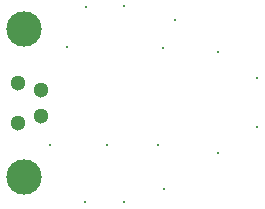
<source format=gbr>
%TF.GenerationSoftware,KiCad,Pcbnew,8.0.8*%
%TF.CreationDate,2025-02-03T14:17:48+01:00*%
%TF.ProjectId,FT25-SLS,46543235-2d53-44c5-932e-6b696361645f,rev?*%
%TF.SameCoordinates,Original*%
%TF.FileFunction,Plated,1,2,PTH,Drill*%
%TF.FilePolarity,Positive*%
%FSLAX46Y46*%
G04 Gerber Fmt 4.6, Leading zero omitted, Abs format (unit mm)*
G04 Created by KiCad (PCBNEW 8.0.8) date 2025-02-03 14:17:48*
%MOMM*%
%LPD*%
G01*
G04 APERTURE LIST*
%TA.AperFunction,ViaDrill*%
%ADD10C,0.300000*%
%TD*%
%TA.AperFunction,ComponentDrill*%
%ADD11C,1.300000*%
%TD*%
%TA.AperFunction,ComponentDrill*%
%ADD12C,3.000000*%
%TD*%
G04 APERTURE END LIST*
D10*
X123556942Y-63553058D03*
X124960000Y-55280000D03*
X126440000Y-68410000D03*
X126580000Y-51890000D03*
X128340000Y-63570000D03*
X129790000Y-51830000D03*
X129800000Y-68350000D03*
X132690000Y-63590000D03*
X133110000Y-55340000D03*
X133200000Y-67310000D03*
X134140000Y-52950000D03*
X137700000Y-64240000D03*
X137740000Y-55710000D03*
X141010000Y-57910000D03*
X141050000Y-62000000D03*
D11*
%TO.C,J1*%
X120820000Y-58300000D03*
X120820000Y-61700000D03*
X122770000Y-58925000D03*
X122770000Y-61075000D03*
D12*
X121320000Y-53750000D03*
X121320000Y-66250000D03*
M02*

</source>
